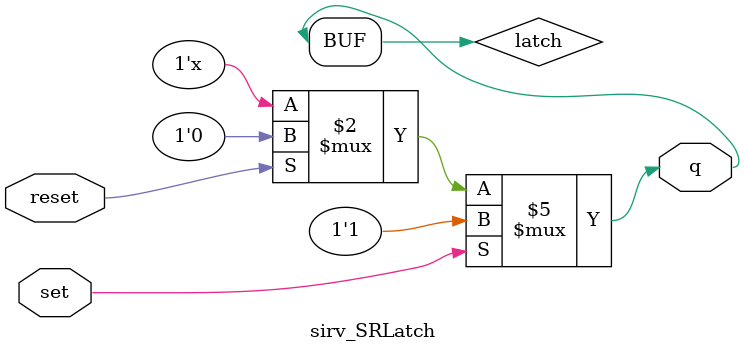
<source format=v>
 /*                                                                      
 Copyright 2017 Silicon Integrated Microelectronics, Inc.                
                                                                         
 Licensed under the Apache License, Version 2.0 (the "License");         
 you may not use this file except in compliance with the License.        
 You may obtain a copy of the License at                                 
                                                                         
     http://www.apache.org/licenses/LICENSE-2.0                          
                                                                         
  Unless required by applicable law or agreed to in writing, software    
 distributed under the License is distributed on an "AS IS" BASIS,       
 WITHOUT WARRANTIES OR CONDITIONS OF ANY KIND, either express or implied.
 See the License for the specific language governing permissions and     
 limitations under the License.                                          
 */                                                                      
                                                                         
                                                                         
                                                                         
module sirv_SRLatch (
  input set,
  input reset,
  output q
);

  reg latch;

  // synopsys async_set_reset "set"
  // synopsys one_hot "set, reset"
  always @(set or reset)
  begin
    if (set)
      latch <= 1'b1;
    else if (reset)
      latch <= 1'b0;
  end

  assign q = latch;

endmodule

</source>
